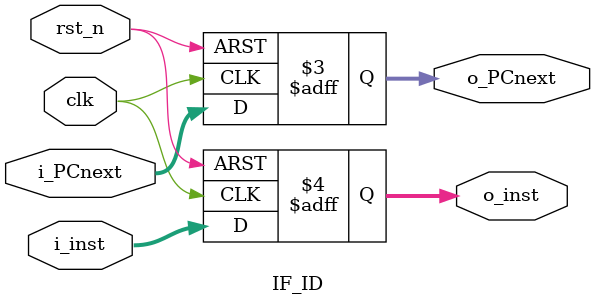
<source format=v>
module IF_ID(
    input clk, rst_n,
    input [31:0] i_PCnext,
    input [31:0] i_inst,
    output reg [31:0] o_PCnext,
    output reg [31:0] o_inst
);
always@(posedge clk, negedge rst_n) begin
if(!rst_n) {o_PCnext, o_inst} <= 64'b0;
else {o_PCnext, o_inst} <= {i_PCnext, i_inst};
end
endmodule
</source>
